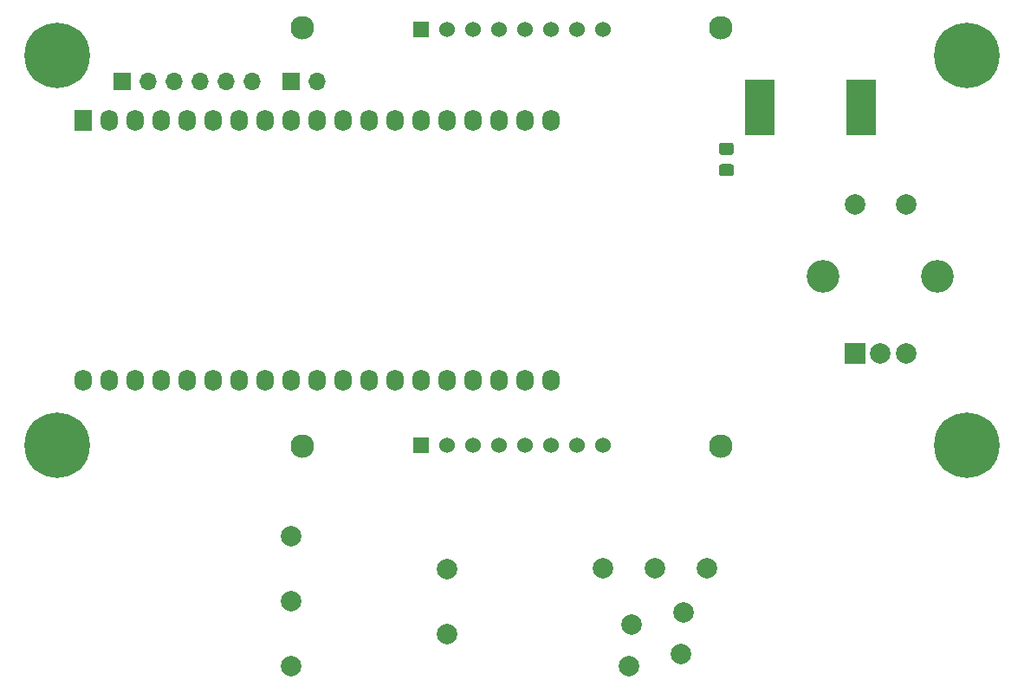
<source format=gbr>
G04 #@! TF.GenerationSoftware,KiCad,Pcbnew,(5.1.9)-1*
G04 #@! TF.CreationDate,2021-02-07T19:13:43+01:00*
G04 #@! TF.ProjectId,IoT12,496f5431-322e-46b6-9963-61645f706362,rev?*
G04 #@! TF.SameCoordinates,Original*
G04 #@! TF.FileFunction,Soldermask,Bot*
G04 #@! TF.FilePolarity,Negative*
%FSLAX46Y46*%
G04 Gerber Fmt 4.6, Leading zero omitted, Abs format (unit mm)*
G04 Created by KiCad (PCBNEW (5.1.9)-1) date 2021-02-07 19:13:43*
%MOMM*%
%LPD*%
G01*
G04 APERTURE LIST*
%ADD10C,2.000000*%
%ADD11C,0.800000*%
%ADD12C,6.400000*%
%ADD13R,2.000000X2.000000*%
%ADD14C,3.200000*%
%ADD15O,1.700000X1.700000*%
%ADD16R,1.700000X1.700000*%
%ADD17C,2.010000*%
%ADD18C,2.300000*%
%ADD19C,1.524000*%
%ADD20R,1.524000X1.524000*%
%ADD21R,2.900000X5.400000*%
%ADD22O,1.700000X2.100000*%
%ADD23R,1.700000X2.100000*%
G04 APERTURE END LIST*
D10*
X8890000Y-28505000D03*
X13970000Y-28505000D03*
X19050000Y-28505000D03*
X-21590000Y-38100000D03*
X-6350000Y-28575000D03*
X-21590000Y-25400000D03*
X-21590000Y-31750000D03*
X-6350000Y-34925000D03*
D11*
X-42752944Y-14812944D03*
X-44450000Y-14110000D03*
X-46147056Y-14812944D03*
X-46850000Y-16510000D03*
X-46147056Y-18207056D03*
X-44450000Y-18910000D03*
X-42752944Y-18207056D03*
X-42050000Y-16510000D03*
D12*
X-44450000Y-16510000D03*
D11*
X-42752944Y23287056D03*
X-44450000Y23990000D03*
X-46147056Y23287056D03*
X-46850000Y21590000D03*
X-46147056Y19892944D03*
X-44450000Y19190000D03*
X-42752944Y19892944D03*
X-42050000Y21590000D03*
D12*
X-44450000Y21590000D03*
D11*
X46147056Y-14812944D03*
X44450000Y-14110000D03*
X42752944Y-14812944D03*
X42050000Y-16510000D03*
X42752944Y-18207056D03*
X44450000Y-18910000D03*
X46147056Y-18207056D03*
X46850000Y-16510000D03*
D12*
X44450000Y-16510000D03*
D11*
X46147056Y23287056D03*
X44450000Y23990000D03*
X42752944Y23287056D03*
X42050000Y21590000D03*
X42752944Y19892944D03*
X44450000Y19190000D03*
X46147056Y19892944D03*
X46850000Y21590000D03*
D12*
X44450000Y21590000D03*
D13*
X33500000Y-7500000D03*
D10*
X36000000Y-7500000D03*
X38500000Y-7500000D03*
D14*
X30400000Y0D03*
X41600000Y0D03*
D10*
X33500000Y7000000D03*
X38500000Y7000000D03*
D15*
X-19050000Y19050000D03*
D16*
X-21590000Y19050000D03*
D15*
X-25400000Y19050000D03*
X-27940000Y19050000D03*
X-30480000Y19050000D03*
X-33020000Y19050000D03*
X-35560000Y19050000D03*
D16*
X-38100000Y19050000D03*
D17*
X16784000Y-32836000D03*
X11684000Y-34036000D03*
X16530000Y-36900000D03*
X11430000Y-38100000D03*
D18*
X-20450000Y-16600000D03*
X20450000Y-16600000D03*
X20450000Y24300000D03*
X-20450000Y24300000D03*
D19*
X6350000Y-16470000D03*
X8890000Y-16470000D03*
X3810000Y-16470000D03*
D20*
X-8890000Y-16470000D03*
D19*
X1270000Y-16470000D03*
X-1270000Y-16470000D03*
X-6350000Y-16470000D03*
X-3810000Y-16470000D03*
X8890000Y24170000D03*
X6350000Y24170000D03*
X3810000Y24170000D03*
X1270000Y24170000D03*
X-1270000Y24170000D03*
X-3810000Y24170000D03*
X-6350000Y24170000D03*
D20*
X-8890000Y24170000D03*
D21*
X34160000Y16510000D03*
X24260000Y16510000D03*
G36*
G01*
X20480000Y10980000D02*
X21430000Y10980000D01*
G75*
G02*
X21680000Y10730000I0J-250000D01*
G01*
X21680000Y10055000D01*
G75*
G02*
X21430000Y9805000I-250000J0D01*
G01*
X20480000Y9805000D01*
G75*
G02*
X20230000Y10055000I0J250000D01*
G01*
X20230000Y10730000D01*
G75*
G02*
X20480000Y10980000I250000J0D01*
G01*
G37*
G36*
G01*
X20480000Y13055000D02*
X21430000Y13055000D01*
G75*
G02*
X21680000Y12805000I0J-250000D01*
G01*
X21680000Y12130000D01*
G75*
G02*
X21430000Y11880000I-250000J0D01*
G01*
X20480000Y11880000D01*
G75*
G02*
X20230000Y12130000I0J250000D01*
G01*
X20230000Y12805000D01*
G75*
G02*
X20480000Y13055000I250000J0D01*
G01*
G37*
D22*
X-41910000Y-10160000D03*
X-39370000Y-10160000D03*
D23*
X-41910000Y15240000D03*
D22*
X3810000Y-10160000D03*
X-39370000Y15240000D03*
X3810000Y15240000D03*
X-36830000Y15240000D03*
X1270000Y15240000D03*
X-34290000Y15240000D03*
X-1270000Y15240000D03*
X-31750000Y15240000D03*
X-3810000Y15240000D03*
X-29210000Y15240000D03*
X-6350000Y15240000D03*
X-26670000Y15240000D03*
X-8890000Y15240000D03*
X-24130000Y15240000D03*
X-11430000Y15240000D03*
X-21590000Y15240000D03*
X-13970000Y15240000D03*
X-19050000Y15240000D03*
X-16510000Y15240000D03*
X1270000Y-10160000D03*
X-1270000Y-10160000D03*
X-3810000Y-10160000D03*
X-6350000Y-10160000D03*
X-8890000Y-10160000D03*
X-11430000Y-10160000D03*
X-13970000Y-10160000D03*
X-16510000Y-10160000D03*
X-19050000Y-10160000D03*
X-21590000Y-10160000D03*
X-24130000Y-10160000D03*
X-26670000Y-10160000D03*
X-29210000Y-10160000D03*
X-31750000Y-10160000D03*
X-34290000Y-10160000D03*
X-36830000Y-10160000D03*
M02*

</source>
